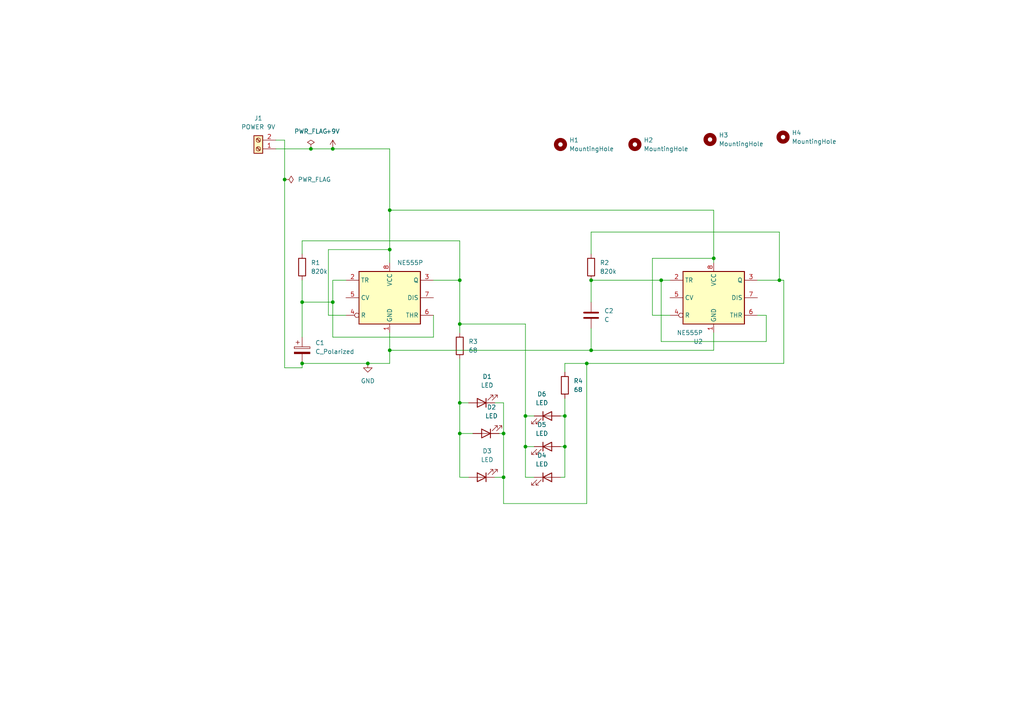
<source format=kicad_sch>
(kicad_sch (version 20250114) (generator "eeschema") (generator_version "9.0")
  (paper "A4")
  (lib_symbols
    (symbol "Connector:Screw_Terminal_01x02" (pin_names (offset 1.016) (hide yes))
      (property "Reference" "J" (at 0 2.54 0))
      (property "Value" "Screw_Terminal_01x02" (at 0 -5.08 0))
      (symbol "Screw_Terminal_01x02_1_1"
        (rectangle (start -1.27 1.27) (end 1.27 -3.81) (stroke (width 0.254)) (fill (type background)))
        (polyline (pts (xy -0.5334 0.3302) (xy 0.3302 -0.508)) (stroke (width 0.1524)))
        (polyline (pts (xy -0.5334 -2.2098) (xy 0.3302 -3.048)) (stroke (width 0.1524)))
        (polyline (pts (xy -0.3556 0.508) (xy 0.508 -0.3302)) (stroke (width 0.1524)))
        (polyline (pts (xy -0.3556 -2.032) (xy 0.508 -2.8702)) (stroke (width 0.1524)))
        (circle (center 0 0) (radius 0.635) (stroke (width 0.1524)))
        (circle (center 0 -2.54) (radius 0.635) (stroke (width 0.1524)))
        (pin passive line (at -5.08 0 0) (length 3.81) (name "Pin_1") (number "1"))
        (pin passive line (at -5.08 -2.54 0) (length 3.81) (name "Pin_2") (number "2"))
      )
    )
    (symbol "Device:C" (pin_numbers (hide yes)) (pin_names (offset 0.254))
      (property "Reference" "C" (at 0.635 2.54 0))
      (property "Value" "C" (at 0.635 -2.54 0))
      (symbol "C_0_1"
        (polyline (pts (xy -2.032 0.762) (xy 2.032 0.762)) (stroke (width 0.508)))
        (polyline (pts (xy -2.032 -0.762) (xy 2.032 -0.762)) (stroke (width 0.508)))
      )
      (symbol "C_1_1"
        (pin passive line (at 0 3.81 270) (length 2.794) (name "~") (number "1"))
        (pin passive line (at 0 -3.81 90) (length 2.794) (name "~") (number "2"))
      )
    )
    (symbol "Device:C_Polarized" (pin_numbers (hide yes)) (pin_names (offset 0.254))
      (property "Reference" "C" (at 0.635 2.54 0))
      (property "Value" "C_Polarized" (at 0.635 -2.54 0))
      (symbol "C_Polarized_0_1"
        (rectangle (start -2.286 0.508) (end 2.286 1.016))
        (polyline (pts (xy -1.778 2.286) (xy -0.762 2.286)))
        (polyline (pts (xy -1.27 2.794) (xy -1.27 1.778)))
        (rectangle (start 2.286 -0.508) (end -2.286 -1.016) (fill (type outline)))
      )
      (symbol "C_Polarized_1_1"
        (pin passive line (at 0 3.81 270) (length 2.794) (name "~") (number "1"))
        (pin passive line (at 0 -3.81 90) (length 2.794) (name "~") (number "2"))
      )
    )
    (symbol "Device:LED" (pin_numbers (hide yes)) (pin_names (offset 1.016) (hide yes))
      (property "Reference" "D" (at 0 2.54 0))
      (property "Value" "LED" (at 0 -2.54 0))
      (symbol "LED_0_1"
        (polyline (pts (xy -3.048 -0.762) (xy -4.572 -2.286) (xy -3.81 -2.286) (xy -4.572 -2.286) (xy -4.572 -1.524)))
        (polyline (pts (xy -1.778 -0.762) (xy -3.302 -2.286) (xy -2.54 -2.286) (xy -3.302 -2.286) (xy -3.302 -1.524)))
        (polyline (pts (xy -1.27 0) (xy 1.27 0)))
        (polyline (pts (xy -1.27 -1.27) (xy -1.27 1.27)) (stroke (width 0.254)))
        (polyline (pts (xy 1.27 -1.27) (xy 1.27 1.27) (xy -1.27 0) (xy 1.27 -1.27)) (stroke (width 0.254)))
      )
      (symbol "LED_1_1"
        (pin passive line (at -3.81 0 0) (length 2.54) (name "K") (number "1"))
        (pin passive line (at 3.81 0 180) (length 2.54) (name "A") (number "2"))
      )
    )
    (symbol "Device:R" (pin_numbers (hide yes)) (pin_names (offset 0))
      (property "Reference" "R" (at 2.032 0 90))
      (property "Value" "R" (at 0 0 90))
      (symbol "R_0_1"
        (rectangle (start -1.016 -2.54) (end 1.016 2.54) (stroke (width 0.254)))
      )
      (symbol "R_1_1"
        (pin passive line (at 0 3.81 270) (length 1.27) (name "~") (number "1"))
        (pin passive line (at 0 -3.81 90) (length 1.27) (name "~") (number "2"))
      )
    )
    (symbol "Mechanical:MountingHole" (pin_names (offset 1.016)) (in_bom no)
      (property "Reference" "H" (at 0 5.08 0))
      (property "Value" "MountingHole" (at 0 3.175 0))
      (symbol "MountingHole_0_1"
        (circle (center 0 0) (radius 1.27) (stroke (width 1.27)))
      )
    )
    (symbol "Timer:NE555P"
      (property "Reference" "U" (at -10.16 8.89 0))
      (property "Value" "NE555P" (at 2.54 8.89 0))
      (symbol "NE555P_0_0"
        (pin power_in line (at 0 10.16 270) (length 2.54) (name "VCC") (number "8"))
        (pin power_in line (at 0 -10.16 90) (length 2.54) (name "GND") (number "1"))
      )
      (symbol "NE555P_0_1"
        (rectangle (start -8.89 -7.62) (end 8.89 7.62) (stroke (width 0.254)) (fill (type background)))
        (rectangle (start -8.89 -7.62) (end 8.89 7.62) (stroke (width 0.254)) (fill (type background)))
      )
      (symbol "NE555P_1_1"
        (pin input line (at -12.7 5.08 0) (length 3.81) (name "TR") (number "2"))
        (pin input line (at -12.7 0 0) (length 3.81) (name "CV") (number "5"))
        (pin input inverted (at -12.7 -5.08 0) (length 3.81) (name "R") (number "4"))
        (pin output line (at 12.7 5.08 180) (length 3.81) (name "Q") (number "3"))
        (pin input line (at 12.7 0 180) (length 3.81) (name "DIS") (number "7"))
        (pin input line (at 12.7 -5.08 180) (length 3.81) (name "THR") (number "6"))
      )
    )
    (symbol "power:+9V" (power) (pin_numbers (hide yes)) (pin_names (offset 0) (hide yes))
      (property "Value" "+9V" (at 0 3.556 0))
      (symbol "+9V_0_1"
        (polyline (pts (xy -0.762 1.27) (xy 0 2.54)))
        (polyline (pts (xy 0 2.54) (xy 0.762 1.27)))
        (polyline (pts (xy 0 0) (xy 0 2.54)))
      )
      (symbol "+9V_1_1"
        (pin power_in line (at 0 0 90) (length 0) (name "~") (number "1"))
      )
    )
    (symbol "power:GND" (power) (pin_numbers (hide yes)) (pin_names (offset 0) (hide yes))
      (property "Value" "GND" (at 0 -3.81 0))
      (symbol "GND_0_1"
        (polyline (pts (xy 0 0) (xy 0 -1.27) (xy 1.27 -1.27) (xy 0 -2.54) (xy -1.27 -1.27) (xy 0 -1.27)))
      )
      (symbol "GND_1_1"
        (pin power_in line (at 0 0 270) (length 0) (name "~") (number "1"))
      )
    )
    (symbol "power:PWR_FLAG" (power) (pin_numbers (hide yes)) (pin_names (offset 0) (hide yes))
      (property "Value" "PWR_FLAG" (at 0 3.81 0))
      (symbol "PWR_FLAG_0_0"
        (pin power_out line (at 0 0 90) (length 0) (name "~") (number "1"))
      )
      (symbol "PWR_FLAG_0_1"
        (polyline (pts (xy 0 0) (xy 0 1.27) (xy -1.016 1.905) (xy 0 2.54) (xy 1.016 1.905) (xy 0 1.27)))
      )
    )
  )
  (junction (at 113.03 101.6))
  (junction (at 87.63 87.63))
  (junction (at 191.77 81.28))
  (junction (at 146.05 138.43))
  (junction (at 163.83 129.54))
  (junction (at 82.55 52.07))
  (junction (at 171.45 81.28))
  (junction (at 133.35 81.28))
  (junction (at 96.52 87.63))
  (junction (at 171.45 101.6))
  (junction (at 106.68 105.41))
  (junction (at 133.35 93.98))
  (junction (at 226.06 81.28))
  (junction (at 87.63 105.41))
  (junction (at 207.01 74.93))
  (junction (at 133.35 116.84))
  (junction (at 146.05 125.73))
  (junction (at 163.83 120.65))
  (junction (at 170.18 105.41))
  (junction (at 133.35 125.73))
  (junction (at 113.03 72.39))
  (junction (at 96.52 43.18))
  (junction (at 113.03 60.96))
  (junction (at 90.17 43.18))
  (junction (at 152.4 120.65))
  (junction (at 152.4 129.54))
  (wire (pts (xy 87.63 105.41) (xy 87.63 106.68)))
  (wire (pts (xy 207.01 74.93) (xy 207.01 60.96)))
  (wire (pts (xy 80.01 40.64) (xy 82.55 40.64)))
  (wire (pts (xy 171.45 67.31) (xy 226.06 67.31)))
  (wire (pts (xy 171.45 101.6) (xy 113.03 101.6)))
  (wire (pts (xy 207.01 74.93) (xy 207.01 76.2)))
  (wire (pts (xy 152.4 93.98) (xy 152.4 120.65)))
  (wire (pts (xy 87.63 87.63) (xy 96.52 87.63)))
  (wire (pts (xy 133.35 116.84) (xy 133.35 125.73)))
  (wire (pts (xy 222.25 99.06) (xy 191.77 99.06)))
  (wire (pts (xy 87.63 87.63) (xy 87.63 97.79)))
  (wire (pts (xy 191.77 81.28) (xy 194.31 81.28)))
  (wire (pts (xy 113.03 60.96) (xy 207.01 60.96)))
  (wire (pts (xy 113.03 96.52) (xy 113.03 101.6)))
  (wire (pts (xy 152.4 120.65) (xy 152.4 129.54)))
  (wire (pts (xy 143.51 138.43) (xy 146.05 138.43)))
  (wire (pts (xy 87.63 69.85) (xy 87.63 73.66)))
  (wire (pts (xy 87.63 81.28) (xy 87.63 87.63)))
  (wire (pts (xy 171.45 95.25) (xy 171.45 101.6)))
  (wire (pts (xy 113.03 72.39) (xy 113.03 76.2)))
  (wire (pts (xy 207.01 101.6) (xy 171.45 101.6)))
  (wire (pts (xy 82.55 52.07) (xy 82.55 106.68)))
  (wire (pts (xy 170.18 146.05) (xy 170.18 105.41)))
  (wire (pts (xy 146.05 116.84) (xy 146.05 125.73)))
  (wire (pts (xy 171.45 81.28) (xy 191.77 81.28)))
  (wire (pts (xy 133.35 116.84) (xy 135.89 116.84)))
  (wire (pts (xy 163.83 105.41) (xy 170.18 105.41)))
  (wire (pts (xy 95.25 72.39) (xy 113.03 72.39)))
  (wire (pts (xy 152.4 138.43) (xy 152.4 129.54)))
  (wire (pts (xy 146.05 146.05) (xy 146.05 138.43)))
  (wire (pts (xy 171.45 73.66) (xy 171.45 67.31)))
  (wire (pts (xy 96.52 97.79) (xy 125.73 97.79)))
  (wire (pts (xy 226.06 67.31) (xy 226.06 81.28)))
  (wire (pts (xy 95.25 91.44) (xy 95.25 72.39)))
  (wire (pts (xy 82.55 40.64) (xy 82.55 52.07)))
  (wire (pts (xy 96.52 43.18) (xy 113.03 43.18)))
  (wire (pts (xy 113.03 43.18) (xy 113.03 60.96)))
  (wire (pts (xy 226.06 81.28) (xy 227.33 81.28)))
  (wire (pts (xy 113.03 101.6) (xy 113.03 105.41)))
  (wire (pts (xy 163.83 107.95) (xy 163.83 105.41)))
  (wire (pts (xy 219.71 81.28) (xy 226.06 81.28)))
  (wire (pts (xy 87.63 105.41) (xy 106.68 105.41)))
  (wire (pts (xy 189.23 74.93) (xy 207.01 74.93)))
  (wire (pts (xy 133.35 69.85) (xy 87.63 69.85)))
  (wire (pts (xy 133.35 81.28) (xy 133.35 69.85)))
  (wire (pts (xy 191.77 99.06) (xy 191.77 81.28)))
  (wire (pts (xy 152.4 129.54) (xy 154.94 129.54)))
  (wire (pts (xy 162.56 129.54) (xy 163.83 129.54)))
  (wire (pts (xy 163.83 115.57) (xy 163.83 120.65)))
  (wire (pts (xy 162.56 138.43) (xy 163.83 138.43)))
  (wire (pts (xy 96.52 87.63) (xy 96.52 97.79)))
  (wire (pts (xy 133.35 104.14) (xy 133.35 116.84)))
  (wire (pts (xy 227.33 105.41) (xy 170.18 105.41)))
  (wire (pts (xy 163.83 129.54) (xy 163.83 138.43)))
  (wire (pts (xy 90.17 43.18) (xy 96.52 43.18)))
  (wire (pts (xy 171.45 81.28) (xy 171.45 87.63)))
  (wire (pts (xy 106.68 105.41) (xy 113.03 105.41)))
  (wire (pts (xy 133.35 93.98) (xy 133.35 96.52)))
  (wire (pts (xy 189.23 91.44) (xy 189.23 74.93)))
  (wire (pts (xy 135.89 138.43) (xy 133.35 138.43)))
  (wire (pts (xy 100.33 91.44) (xy 95.25 91.44)))
  (wire (pts (xy 194.31 91.44) (xy 189.23 91.44)))
  (wire (pts (xy 80.01 43.18) (xy 90.17 43.18)))
  (wire (pts (xy 125.73 97.79) (xy 125.73 91.44)))
  (wire (pts (xy 125.73 81.28) (xy 133.35 81.28)))
  (wire (pts (xy 133.35 81.28) (xy 133.35 93.98)))
  (wire (pts (xy 163.83 120.65) (xy 163.83 129.54)))
  (wire (pts (xy 152.4 120.65) (xy 154.94 120.65)))
  (wire (pts (xy 146.05 125.73) (xy 146.05 138.43)))
  (wire (pts (xy 219.71 91.44) (xy 222.25 91.44)))
  (wire (pts (xy 154.94 138.43) (xy 152.4 138.43)))
  (wire (pts (xy 96.52 81.28) (xy 96.52 87.63)))
  (wire (pts (xy 146.05 146.05) (xy 170.18 146.05)))
  (wire (pts (xy 133.35 125.73) (xy 133.35 138.43)))
  (wire (pts (xy 113.03 60.96) (xy 113.03 72.39)))
  (wire (pts (xy 82.55 106.68) (xy 87.63 106.68)))
  (wire (pts (xy 152.4 93.98) (xy 133.35 93.98)))
  (wire (pts (xy 144.78 125.73) (xy 146.05 125.73)))
  (wire (pts (xy 207.01 96.52) (xy 207.01 101.6)))
  (wire (pts (xy 96.52 81.28) (xy 100.33 81.28)))
  (wire (pts (xy 143.51 116.84) (xy 146.05 116.84)))
  (wire (pts (xy 133.35 125.73) (xy 137.16 125.73)))
  (wire (pts (xy 162.56 120.65) (xy 163.83 120.65)))
  (wire (pts (xy 227.33 81.28) (xy 227.33 105.41)))
  (wire (pts (xy 222.25 91.44) (xy 222.25 99.06)))
  (symbol (lib_id "Device:LED") (at 158.75 138.43 0) (unit 1)
    (property "Reference" "D4" (at 157.1625 132.08 0))
    (property "Value" "LED" (at 157.1625 134.62 0))
    (property "Footprint" "LED_THT:LED_D5.0mm" (effects (hide yes)))
    (property "Description" "Light emitting diode" (effects (hide yes)))
    (property "Sim.Pins" "1=K 2=A" (effects (hide yes)))
  )
  (symbol (lib_id "Device:R") (at 133.35 100.33 0) (unit 1)
    (property "Reference" "R3" (at 135.89 99.0599 0) (effects (justify left)))
    (property "Value" "68" (at 135.89 101.5999 0) (effects (justify left)))
    (property "Footprint" "Resistor_THT:R_Axial_DIN0204_L3.6mm_D1.6mm_P7.62mm_Horizontal" (effects (hide yes)))
    (property "Description" "Resistor" (effects (hide yes)))
  )
  (symbol (lib_id "Device:R") (at 87.63 77.47 0) (unit 1)
    (property "Reference" "R1" (at 90.17 76.1999 0) (effects (justify left)))
    (property "Value" "820k" (at 90.17 78.7399 0) (effects (justify left)))
    (property "Footprint" "Resistor_THT:R_Axial_DIN0204_L3.6mm_D1.6mm_P7.62mm_Horizontal" (effects (hide yes)))
    (property "Description" "Resistor" (effects (hide yes)))
  )
  (symbol (lib_id "Mechanical:MountingHole") (at 162.56 41.91 0) (unit 1) (in_bom no)
    (property "Reference" "H1" (at 165.1 40.6399 0) (effects (justify left)))
    (property "Value" "MountingHole" (at 165.1 43.1799 0) (effects (justify left)))
    (property "Footprint" "MountingHole:MountingHole_2.5mm_Pad" (effects (hide yes)))
    (property "Description" "Mounting Hole without connection" (effects (hide yes)))
  )
  (symbol (lib_id "power:+9V") (at 96.52 43.18 0) (unit 1)
    (property "Reference" "#PWR01" (effects (hide yes)))
    (property "Value" "+9V" (at 96.52 38.1 0))
    (property "Description" "Power symbol creates a global label with name \"+9V\"" (effects (hide yes)))
  )
  (symbol (lib_id "Mechanical:MountingHole") (at 205.9432 40.4647 0) (unit 1) (in_bom no)
    (property "Reference" "H3" (at 208.4832 39.1946 0) (effects (justify left)))
    (property "Value" "MountingHole" (at 208.4832 41.7346 0) (effects (justify left)))
    (property "Footprint" "MountingHole:MountingHole_2.5mm_Pad" (effects (hide yes)))
    (property "Description" "Mounting Hole without connection" (effects (hide yes)))
  )
  (symbol (lib_id "Device:C_Polarized") (at 87.63 101.6 0) (unit 1)
    (property "Reference" "C1" (at 91.44 99.4409 0) (effects (justify left)))
    (property "Value" "C_Polarized" (at 91.44 101.9809 0) (effects (justify left)))
    (property "Footprint" "Capacitor_THT:CP_Radial_D4.0mm_P2.00mm" (effects (hide yes)))
    (property "Description" "Polarized capacitor" (effects (hide yes)))
  )
  (symbol (lib_id "Device:R") (at 171.45 77.47 0) (unit 1)
    (property "Reference" "R2" (at 173.99 76.1999 0) (effects (justify left)))
    (property "Value" "820k" (at 173.99 78.7399 0) (effects (justify left)))
    (property "Footprint" "Resistor_THT:R_Axial_DIN0204_L3.6mm_D1.6mm_P7.62mm_Horizontal" (effects (hide yes)))
    (property "Description" "Resistor" (effects (hide yes)))
  )
  (symbol (lib_id "Device:LED") (at 139.7 116.84 180) (unit 1)
    (property "Reference" "D1" (at 141.2875 109.22 0))
    (property "Value" "LED" (at 141.2875 111.76 0))
    (property "Footprint" "LED_THT:LED_D5.0mm" (effects (hide yes)))
    (property "Description" "Light emitting diode" (effects (hide yes)))
    (property "Sim.Pins" "1=K 2=A" (effects (hide yes)))
  )
  (symbol (lib_id "Device:R") (at 163.83 111.76 0) (unit 1)
    (property "Reference" "R4" (at 166.37 110.4899 0) (effects (justify left)))
    (property "Value" "68" (at 166.37 113.0299 0) (effects (justify left)))
    (property "Footprint" "Resistor_THT:R_Axial_DIN0204_L3.6mm_D1.6mm_P7.62mm_Horizontal" (effects (hide yes)))
    (property "Description" "Resistor" (effects (hide yes)))
  )
  (symbol (lib_id "Device:LED") (at 139.7 138.43 180) (unit 1)
    (property "Reference" "D3" (at 141.2875 130.81 0))
    (property "Value" "LED" (at 141.2875 133.35 0))
    (property "Footprint" "LED_THT:LED_D5.0mm" (effects (hide yes)))
    (property "Description" "Light emitting diode" (effects (hide yes)))
    (property "Sim.Pins" "1=K 2=A" (effects (hide yes)))
  )
  (symbol (lib_id "Device:LED") (at 158.75 129.54 0) (unit 1)
    (property "Reference" "D5" (at 157.1625 123.19 0))
    (property "Value" "LED" (at 157.1625 125.73 0))
    (property "Footprint" "LED_THT:LED_D5.0mm" (effects (hide yes)))
    (property "Description" "Light emitting diode" (effects (hide yes)))
    (property "Sim.Pins" "1=K 2=A" (effects (hide yes)))
  )
  (symbol (lib_id "Mechanical:MountingHole") (at 227.1167 39.7695 0) (unit 1) (in_bom no)
    (property "Reference" "H4" (at 229.6567 38.4994 0) (effects (justify left)))
    (property "Value" "MountingHole" (at 229.6567 41.0394 0) (effects (justify left)))
    (property "Footprint" "MountingHole:MountingHole_2.5mm_Pad" (effects (hide yes)))
    (property "Description" "Mounting Hole without connection" (effects (hide yes)))
  )
  (symbol (lib_id "power:GND") (at 106.68 105.41 0) (unit 1)
    (property "Reference" "#PWR02" (effects (hide yes)))
    (property "Value" "GND" (at 106.68 110.49 0))
    (property "Description" "Power symbol creates a global label with name \"GND\" , ground" (effects (hide yes)))
  )
  (symbol (lib_id "power:PWR_FLAG") (at 82.55 52.07 270) (unit 1)
    (property "Reference" "#FLG01" (effects (hide yes)))
    (property "Value" "PWR_FLAG" (at 86.36 52.0699 90) (effects (justify left)))
    (property "Description" "Special symbol for telling ERC where power comes from" (effects (hide yes)))
  )
  (symbol (lib_id "Timer:NE555P") (at 113.03 86.36 0) (unit 1)
    (property "Reference" "U1" (effects (hide yes)))
    (property "Value" "NE555P" (at 115.1733 76.2 0) (effects (justify left)))
    (property "Footprint" "Package_DIP:DIP-8_W7.62mm" (effects (hide yes)))
    (property "Datasheet" "http://www.ti.com/lit/ds/symlink/ne555.pdf" (effects (hide yes)))
    (property "Description" "Precision Timers, 555 compatible,  PDIP-8" (effects (hide yes)))
  )
  (symbol (lib_id "Mechanical:MountingHole") (at 184.15 41.91 0) (unit 1) (in_bom no)
    (property "Reference" "H2" (at 186.69 40.6399 0) (effects (justify left)))
    (property "Value" "MountingHole" (at 186.69 43.1799 0) (effects (justify left)))
    (property "Footprint" "MountingHole:MountingHole_2.5mm_Pad" (effects (hide yes)))
    (property "Description" "Mounting Hole without connection" (effects (hide yes)))
  )
  (symbol (lib_id "power:PWR_FLAG") (at 90.17 43.18 0) (unit 1)
    (property "Reference" "#FLG02" (effects (hide yes)))
    (property "Value" "PWR_FLAG" (at 90.17 38.1 0))
    (property "Description" "Special symbol for telling ERC where power comes from" (effects (hide yes)))
  )
  (symbol (lib_id "Device:LED") (at 140.97 125.73 180) (unit 1)
    (property "Reference" "D2" (at 142.5575 118.11 0))
    (property "Value" "LED" (at 142.5575 120.65 0))
    (property "Footprint" "LED_THT:LED_D5.0mm" (effects (hide yes)))
    (property "Description" "Light emitting diode" (effects (hide yes)))
    (property "Sim.Pins" "1=K 2=A" (effects (hide yes)))
  )
  (symbol (lib_id "Timer:NE555P") (at 207.01 86.36 0) (unit 1)
    (property "Reference" "U2" (at 203.8919 99.06 0) (effects (justify right)))
    (property "Value" "NE555P" (at 203.8919 96.52 0) (effects (justify right)))
    (property "Footprint" "Package_DIP:DIP-8_W7.62mm" (effects (hide yes)))
    (property "Datasheet" "http://www.ti.com/lit/ds/symlink/ne555.pdf" (effects (hide yes)))
    (property "Description" "Precision Timers, 555 compatible,  PDIP-8" (effects (hide yes)))
  )
  (symbol (lib_id "Connector:Screw_Terminal_01x02") (at 74.93 43.18 180) (unit 1)
    (property "Reference" "J1" (at 74.93 34.29 0))
    (property "Value" "POWER 9V" (at 74.93 36.83 0))
    (property "Footprint" "TerminalBlock:TerminalBlock_MaiXu_MX126-5.0-02P_1x02_P5.00mm" (effects (hide yes)))
    (property "Description" "Generic screw terminal, single row, 01x02, script generated (kicad-library-utils/schlib/autogen/connector/)" (effects (hide yes)))
  )
  (symbol (lib_id "Device:C") (at 171.45 91.44 0) (unit 1)
    (property "Reference" "C2" (at 175.26 90.1699 0) (effects (justify left)))
    (property "Value" "C" (at 175.26 92.7099 0) (effects (justify left)))
    (property "Footprint" "Capacitor_THT:C_Disc_D3.4mm_W2.1mm_P2.50mm" (effects (hide yes)))
    (property "Description" "Unpolarized capacitor" (effects (hide yes)))
  )
  (symbol (lib_id "Device:LED") (at 158.75 120.65 0) (unit 1)
    (property "Reference" "D6" (at 157.1625 114.3 0))
    (property "Value" "LED" (at 157.1625 116.84 0))
    (property "Footprint" "LED_THT:LED_D5.0mm" (effects (hide yes)))
    (property "Description" "Light emitting diode" (effects (hide yes)))
    (property "Sim.Pins" "1=K 2=A" (effects (hide yes)))
  )
)
</source>
